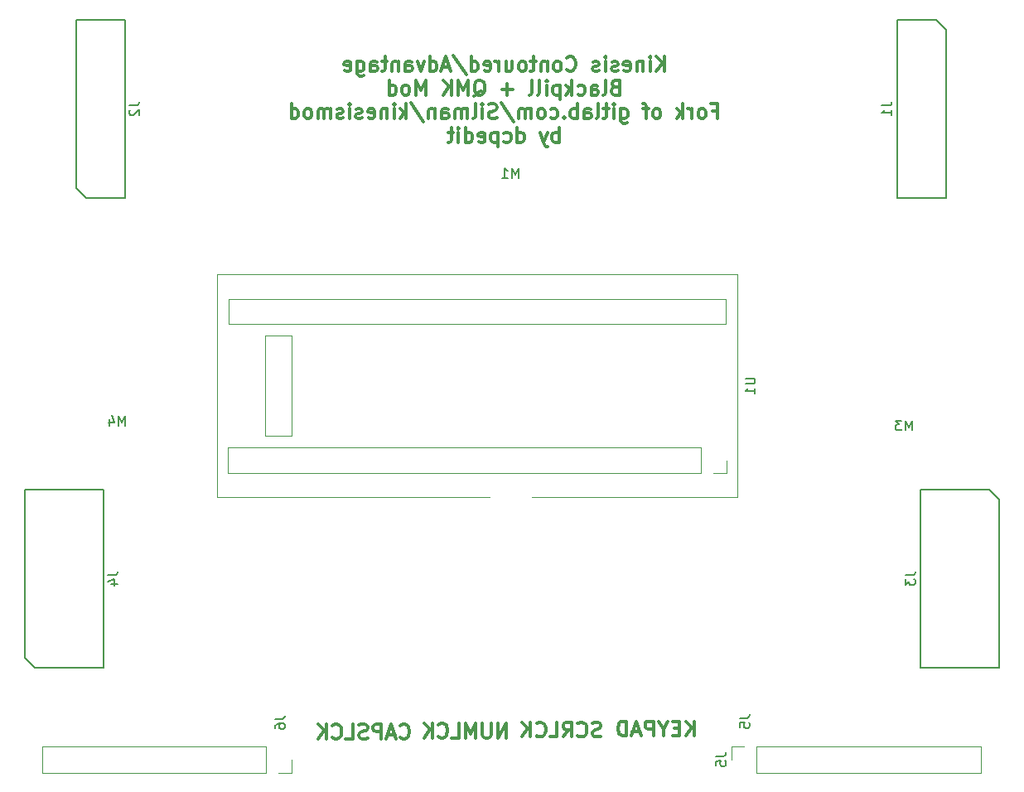
<source format=gbo>
G04 #@! TF.GenerationSoftware,KiCad,Pcbnew,(6.0.1-0)*
G04 #@! TF.CreationDate,2022-08-05T18:56:23-07:00*
G04 #@! TF.ProjectId,kicad_port,6b696361-645f-4706-9f72-742e6b696361,rev?*
G04 #@! TF.SameCoordinates,Original*
G04 #@! TF.FileFunction,Legend,Bot*
G04 #@! TF.FilePolarity,Positive*
%FSLAX46Y46*%
G04 Gerber Fmt 4.6, Leading zero omitted, Abs format (unit mm)*
G04 Created by KiCad (PCBNEW (6.0.1-0)) date 2022-08-05 18:56:23*
%MOMM*%
%LPD*%
G01*
G04 APERTURE LIST*
%ADD10C,0.300000*%
%ADD11C,0.150000*%
%ADD12C,0.120000*%
%ADD13R,1.800000X1.800000*%
%ADD14C,1.800000*%
%ADD15C,1.400000*%
%ADD16O,1.400000X1.400000*%
%ADD17C,8.600000*%
%ADD18O,2.000000X1.200000*%
%ADD19R,1.700000X1.700000*%
%ADD20O,1.700000X1.700000*%
%ADD21C,6.500000*%
%ADD22O,4.750000X2.250000*%
%ADD23C,1.700000*%
G04 APERTURE END LIST*
D10*
X149478571Y-126778571D02*
X149478571Y-125278571D01*
X148621428Y-126778571D01*
X148621428Y-125278571D01*
X147907142Y-125278571D02*
X147907142Y-126492857D01*
X147835714Y-126635714D01*
X147764285Y-126707142D01*
X147621428Y-126778571D01*
X147335714Y-126778571D01*
X147192857Y-126707142D01*
X147121428Y-126635714D01*
X147050000Y-126492857D01*
X147050000Y-125278571D01*
X146335714Y-126778571D02*
X146335714Y-125278571D01*
X145835714Y-126350000D01*
X145335714Y-125278571D01*
X145335714Y-126778571D01*
X143907142Y-126778571D02*
X144621428Y-126778571D01*
X144621428Y-125278571D01*
X142550000Y-126635714D02*
X142621428Y-126707142D01*
X142835714Y-126778571D01*
X142978571Y-126778571D01*
X143192857Y-126707142D01*
X143335714Y-126564285D01*
X143407142Y-126421428D01*
X143478571Y-126135714D01*
X143478571Y-125921428D01*
X143407142Y-125635714D01*
X143335714Y-125492857D01*
X143192857Y-125350000D01*
X142978571Y-125278571D01*
X142835714Y-125278571D01*
X142621428Y-125350000D01*
X142550000Y-125421428D01*
X141907142Y-126778571D02*
X141907142Y-125278571D01*
X141050000Y-126778571D02*
X141692857Y-125921428D01*
X141050000Y-125278571D02*
X141907142Y-126135714D01*
X168657142Y-126578571D02*
X168657142Y-125078571D01*
X167800000Y-126578571D02*
X168442857Y-125721428D01*
X167800000Y-125078571D02*
X168657142Y-125935714D01*
X167157142Y-125792857D02*
X166657142Y-125792857D01*
X166442857Y-126578571D02*
X167157142Y-126578571D01*
X167157142Y-125078571D01*
X166442857Y-125078571D01*
X165514285Y-125864285D02*
X165514285Y-126578571D01*
X166014285Y-125078571D02*
X165514285Y-125864285D01*
X165014285Y-125078571D01*
X164514285Y-126578571D02*
X164514285Y-125078571D01*
X163942857Y-125078571D01*
X163800000Y-125150000D01*
X163728571Y-125221428D01*
X163657142Y-125364285D01*
X163657142Y-125578571D01*
X163728571Y-125721428D01*
X163800000Y-125792857D01*
X163942857Y-125864285D01*
X164514285Y-125864285D01*
X163085714Y-126150000D02*
X162371428Y-126150000D01*
X163228571Y-126578571D02*
X162728571Y-125078571D01*
X162228571Y-126578571D01*
X161728571Y-126578571D02*
X161728571Y-125078571D01*
X161371428Y-125078571D01*
X161157142Y-125150000D01*
X161014285Y-125292857D01*
X160942857Y-125435714D01*
X160871428Y-125721428D01*
X160871428Y-125935714D01*
X160942857Y-126221428D01*
X161014285Y-126364285D01*
X161157142Y-126507142D01*
X161371428Y-126578571D01*
X161728571Y-126578571D01*
X165657142Y-58656071D02*
X165657142Y-57156071D01*
X164800000Y-58656071D02*
X165442857Y-57798928D01*
X164800000Y-57156071D02*
X165657142Y-58013214D01*
X164157142Y-58656071D02*
X164157142Y-57656071D01*
X164157142Y-57156071D02*
X164228571Y-57227500D01*
X164157142Y-57298928D01*
X164085714Y-57227500D01*
X164157142Y-57156071D01*
X164157142Y-57298928D01*
X163442857Y-57656071D02*
X163442857Y-58656071D01*
X163442857Y-57798928D02*
X163371428Y-57727500D01*
X163228571Y-57656071D01*
X163014285Y-57656071D01*
X162871428Y-57727500D01*
X162800000Y-57870357D01*
X162800000Y-58656071D01*
X161514285Y-58584642D02*
X161657142Y-58656071D01*
X161942857Y-58656071D01*
X162085714Y-58584642D01*
X162157142Y-58441785D01*
X162157142Y-57870357D01*
X162085714Y-57727500D01*
X161942857Y-57656071D01*
X161657142Y-57656071D01*
X161514285Y-57727500D01*
X161442857Y-57870357D01*
X161442857Y-58013214D01*
X162157142Y-58156071D01*
X160871428Y-58584642D02*
X160728571Y-58656071D01*
X160442857Y-58656071D01*
X160300000Y-58584642D01*
X160228571Y-58441785D01*
X160228571Y-58370357D01*
X160300000Y-58227500D01*
X160442857Y-58156071D01*
X160657142Y-58156071D01*
X160800000Y-58084642D01*
X160871428Y-57941785D01*
X160871428Y-57870357D01*
X160800000Y-57727500D01*
X160657142Y-57656071D01*
X160442857Y-57656071D01*
X160300000Y-57727500D01*
X159585714Y-58656071D02*
X159585714Y-57656071D01*
X159585714Y-57156071D02*
X159657142Y-57227500D01*
X159585714Y-57298928D01*
X159514285Y-57227500D01*
X159585714Y-57156071D01*
X159585714Y-57298928D01*
X158942857Y-58584642D02*
X158800000Y-58656071D01*
X158514285Y-58656071D01*
X158371428Y-58584642D01*
X158300000Y-58441785D01*
X158300000Y-58370357D01*
X158371428Y-58227500D01*
X158514285Y-58156071D01*
X158728571Y-58156071D01*
X158871428Y-58084642D01*
X158942857Y-57941785D01*
X158942857Y-57870357D01*
X158871428Y-57727500D01*
X158728571Y-57656071D01*
X158514285Y-57656071D01*
X158371428Y-57727500D01*
X155657142Y-58513214D02*
X155728571Y-58584642D01*
X155942857Y-58656071D01*
X156085714Y-58656071D01*
X156300000Y-58584642D01*
X156442857Y-58441785D01*
X156514285Y-58298928D01*
X156585714Y-58013214D01*
X156585714Y-57798928D01*
X156514285Y-57513214D01*
X156442857Y-57370357D01*
X156300000Y-57227500D01*
X156085714Y-57156071D01*
X155942857Y-57156071D01*
X155728571Y-57227500D01*
X155657142Y-57298928D01*
X154800000Y-58656071D02*
X154942857Y-58584642D01*
X155014285Y-58513214D01*
X155085714Y-58370357D01*
X155085714Y-57941785D01*
X155014285Y-57798928D01*
X154942857Y-57727500D01*
X154800000Y-57656071D01*
X154585714Y-57656071D01*
X154442857Y-57727500D01*
X154371428Y-57798928D01*
X154300000Y-57941785D01*
X154300000Y-58370357D01*
X154371428Y-58513214D01*
X154442857Y-58584642D01*
X154585714Y-58656071D01*
X154800000Y-58656071D01*
X153657142Y-57656071D02*
X153657142Y-58656071D01*
X153657142Y-57798928D02*
X153585714Y-57727500D01*
X153442857Y-57656071D01*
X153228571Y-57656071D01*
X153085714Y-57727500D01*
X153014285Y-57870357D01*
X153014285Y-58656071D01*
X152514285Y-57656071D02*
X151942857Y-57656071D01*
X152300000Y-57156071D02*
X152300000Y-58441785D01*
X152228571Y-58584642D01*
X152085714Y-58656071D01*
X151942857Y-58656071D01*
X151228571Y-58656071D02*
X151371428Y-58584642D01*
X151442857Y-58513214D01*
X151514285Y-58370357D01*
X151514285Y-57941785D01*
X151442857Y-57798928D01*
X151371428Y-57727500D01*
X151228571Y-57656071D01*
X151014285Y-57656071D01*
X150871428Y-57727500D01*
X150800000Y-57798928D01*
X150728571Y-57941785D01*
X150728571Y-58370357D01*
X150800000Y-58513214D01*
X150871428Y-58584642D01*
X151014285Y-58656071D01*
X151228571Y-58656071D01*
X149442857Y-57656071D02*
X149442857Y-58656071D01*
X150085714Y-57656071D02*
X150085714Y-58441785D01*
X150014285Y-58584642D01*
X149871428Y-58656071D01*
X149657142Y-58656071D01*
X149514285Y-58584642D01*
X149442857Y-58513214D01*
X148728571Y-58656071D02*
X148728571Y-57656071D01*
X148728571Y-57941785D02*
X148657142Y-57798928D01*
X148585714Y-57727500D01*
X148442857Y-57656071D01*
X148300000Y-57656071D01*
X147228571Y-58584642D02*
X147371428Y-58656071D01*
X147657142Y-58656071D01*
X147800000Y-58584642D01*
X147871428Y-58441785D01*
X147871428Y-57870357D01*
X147800000Y-57727500D01*
X147657142Y-57656071D01*
X147371428Y-57656071D01*
X147228571Y-57727500D01*
X147157142Y-57870357D01*
X147157142Y-58013214D01*
X147871428Y-58156071D01*
X145871428Y-58656071D02*
X145871428Y-57156071D01*
X145871428Y-58584642D02*
X146014285Y-58656071D01*
X146300000Y-58656071D01*
X146442857Y-58584642D01*
X146514285Y-58513214D01*
X146585714Y-58370357D01*
X146585714Y-57941785D01*
X146514285Y-57798928D01*
X146442857Y-57727500D01*
X146300000Y-57656071D01*
X146014285Y-57656071D01*
X145871428Y-57727500D01*
X144085714Y-57084642D02*
X145371428Y-59013214D01*
X143657142Y-58227500D02*
X142942857Y-58227500D01*
X143800000Y-58656071D02*
X143300000Y-57156071D01*
X142800000Y-58656071D01*
X141657142Y-58656071D02*
X141657142Y-57156071D01*
X141657142Y-58584642D02*
X141800000Y-58656071D01*
X142085714Y-58656071D01*
X142228571Y-58584642D01*
X142300000Y-58513214D01*
X142371428Y-58370357D01*
X142371428Y-57941785D01*
X142300000Y-57798928D01*
X142228571Y-57727500D01*
X142085714Y-57656071D01*
X141800000Y-57656071D01*
X141657142Y-57727500D01*
X141085714Y-57656071D02*
X140728571Y-58656071D01*
X140371428Y-57656071D01*
X139157142Y-58656071D02*
X139157142Y-57870357D01*
X139228571Y-57727500D01*
X139371428Y-57656071D01*
X139657142Y-57656071D01*
X139800000Y-57727500D01*
X139157142Y-58584642D02*
X139300000Y-58656071D01*
X139657142Y-58656071D01*
X139800000Y-58584642D01*
X139871428Y-58441785D01*
X139871428Y-58298928D01*
X139800000Y-58156071D01*
X139657142Y-58084642D01*
X139300000Y-58084642D01*
X139157142Y-58013214D01*
X138442857Y-57656071D02*
X138442857Y-58656071D01*
X138442857Y-57798928D02*
X138371428Y-57727500D01*
X138228571Y-57656071D01*
X138014285Y-57656071D01*
X137871428Y-57727500D01*
X137800000Y-57870357D01*
X137800000Y-58656071D01*
X137300000Y-57656071D02*
X136728571Y-57656071D01*
X137085714Y-57156071D02*
X137085714Y-58441785D01*
X137014285Y-58584642D01*
X136871428Y-58656071D01*
X136728571Y-58656071D01*
X135585714Y-58656071D02*
X135585714Y-57870357D01*
X135657142Y-57727500D01*
X135800000Y-57656071D01*
X136085714Y-57656071D01*
X136228571Y-57727500D01*
X135585714Y-58584642D02*
X135728571Y-58656071D01*
X136085714Y-58656071D01*
X136228571Y-58584642D01*
X136300000Y-58441785D01*
X136300000Y-58298928D01*
X136228571Y-58156071D01*
X136085714Y-58084642D01*
X135728571Y-58084642D01*
X135585714Y-58013214D01*
X134228571Y-57656071D02*
X134228571Y-58870357D01*
X134300000Y-59013214D01*
X134371428Y-59084642D01*
X134514285Y-59156071D01*
X134728571Y-59156071D01*
X134871428Y-59084642D01*
X134228571Y-58584642D02*
X134371428Y-58656071D01*
X134657142Y-58656071D01*
X134800000Y-58584642D01*
X134871428Y-58513214D01*
X134942857Y-58370357D01*
X134942857Y-57941785D01*
X134871428Y-57798928D01*
X134800000Y-57727500D01*
X134657142Y-57656071D01*
X134371428Y-57656071D01*
X134228571Y-57727500D01*
X132942857Y-58584642D02*
X133085714Y-58656071D01*
X133371428Y-58656071D01*
X133514285Y-58584642D01*
X133585714Y-58441785D01*
X133585714Y-57870357D01*
X133514285Y-57727500D01*
X133371428Y-57656071D01*
X133085714Y-57656071D01*
X132942857Y-57727500D01*
X132871428Y-57870357D01*
X132871428Y-58013214D01*
X133585714Y-58156071D01*
X160585714Y-60285357D02*
X160371428Y-60356785D01*
X160300000Y-60428214D01*
X160228571Y-60571071D01*
X160228571Y-60785357D01*
X160300000Y-60928214D01*
X160371428Y-60999642D01*
X160514285Y-61071071D01*
X161085714Y-61071071D01*
X161085714Y-59571071D01*
X160585714Y-59571071D01*
X160442857Y-59642500D01*
X160371428Y-59713928D01*
X160300000Y-59856785D01*
X160300000Y-59999642D01*
X160371428Y-60142500D01*
X160442857Y-60213928D01*
X160585714Y-60285357D01*
X161085714Y-60285357D01*
X159371428Y-61071071D02*
X159514285Y-60999642D01*
X159585714Y-60856785D01*
X159585714Y-59571071D01*
X158157142Y-61071071D02*
X158157142Y-60285357D01*
X158228571Y-60142500D01*
X158371428Y-60071071D01*
X158657142Y-60071071D01*
X158800000Y-60142500D01*
X158157142Y-60999642D02*
X158300000Y-61071071D01*
X158657142Y-61071071D01*
X158800000Y-60999642D01*
X158871428Y-60856785D01*
X158871428Y-60713928D01*
X158800000Y-60571071D01*
X158657142Y-60499642D01*
X158300000Y-60499642D01*
X158157142Y-60428214D01*
X156800000Y-60999642D02*
X156942857Y-61071071D01*
X157228571Y-61071071D01*
X157371428Y-60999642D01*
X157442857Y-60928214D01*
X157514285Y-60785357D01*
X157514285Y-60356785D01*
X157442857Y-60213928D01*
X157371428Y-60142500D01*
X157228571Y-60071071D01*
X156942857Y-60071071D01*
X156800000Y-60142500D01*
X156157142Y-61071071D02*
X156157142Y-59571071D01*
X156014285Y-60499642D02*
X155585714Y-61071071D01*
X155585714Y-60071071D02*
X156157142Y-60642500D01*
X154942857Y-60071071D02*
X154942857Y-61571071D01*
X154942857Y-60142500D02*
X154800000Y-60071071D01*
X154514285Y-60071071D01*
X154371428Y-60142500D01*
X154300000Y-60213928D01*
X154228571Y-60356785D01*
X154228571Y-60785357D01*
X154300000Y-60928214D01*
X154371428Y-60999642D01*
X154514285Y-61071071D01*
X154800000Y-61071071D01*
X154942857Y-60999642D01*
X153585714Y-61071071D02*
X153585714Y-60071071D01*
X153585714Y-59571071D02*
X153657142Y-59642500D01*
X153585714Y-59713928D01*
X153514285Y-59642500D01*
X153585714Y-59571071D01*
X153585714Y-59713928D01*
X152657142Y-61071071D02*
X152800000Y-60999642D01*
X152871428Y-60856785D01*
X152871428Y-59571071D01*
X151871428Y-61071071D02*
X152014285Y-60999642D01*
X152085714Y-60856785D01*
X152085714Y-59571071D01*
X150157142Y-60499642D02*
X149014285Y-60499642D01*
X149585714Y-61071071D02*
X149585714Y-59928214D01*
X146157142Y-61213928D02*
X146300000Y-61142500D01*
X146442857Y-60999642D01*
X146657142Y-60785357D01*
X146800000Y-60713928D01*
X146942857Y-60713928D01*
X146871428Y-61071071D02*
X147014285Y-60999642D01*
X147157142Y-60856785D01*
X147228571Y-60571071D01*
X147228571Y-60071071D01*
X147157142Y-59785357D01*
X147014285Y-59642500D01*
X146871428Y-59571071D01*
X146585714Y-59571071D01*
X146442857Y-59642500D01*
X146300000Y-59785357D01*
X146228571Y-60071071D01*
X146228571Y-60571071D01*
X146300000Y-60856785D01*
X146442857Y-60999642D01*
X146585714Y-61071071D01*
X146871428Y-61071071D01*
X145585714Y-61071071D02*
X145585714Y-59571071D01*
X145085714Y-60642500D01*
X144585714Y-59571071D01*
X144585714Y-61071071D01*
X143871428Y-61071071D02*
X143871428Y-59571071D01*
X143014285Y-61071071D02*
X143657142Y-60213928D01*
X143014285Y-59571071D02*
X143871428Y-60428214D01*
X141228571Y-61071071D02*
X141228571Y-59571071D01*
X140728571Y-60642500D01*
X140228571Y-59571071D01*
X140228571Y-61071071D01*
X139300000Y-61071071D02*
X139442857Y-60999642D01*
X139514285Y-60928214D01*
X139585714Y-60785357D01*
X139585714Y-60356785D01*
X139514285Y-60213928D01*
X139442857Y-60142500D01*
X139300000Y-60071071D01*
X139085714Y-60071071D01*
X138942857Y-60142500D01*
X138871428Y-60213928D01*
X138800000Y-60356785D01*
X138800000Y-60785357D01*
X138871428Y-60928214D01*
X138942857Y-60999642D01*
X139085714Y-61071071D01*
X139300000Y-61071071D01*
X137514285Y-61071071D02*
X137514285Y-59571071D01*
X137514285Y-60999642D02*
X137657142Y-61071071D01*
X137942857Y-61071071D01*
X138085714Y-60999642D01*
X138157142Y-60928214D01*
X138228571Y-60785357D01*
X138228571Y-60356785D01*
X138157142Y-60213928D01*
X138085714Y-60142500D01*
X137942857Y-60071071D01*
X137657142Y-60071071D01*
X137514285Y-60142500D01*
X170585714Y-62700357D02*
X171085714Y-62700357D01*
X171085714Y-63486071D02*
X171085714Y-61986071D01*
X170371428Y-61986071D01*
X169585714Y-63486071D02*
X169728571Y-63414642D01*
X169800000Y-63343214D01*
X169871428Y-63200357D01*
X169871428Y-62771785D01*
X169800000Y-62628928D01*
X169728571Y-62557500D01*
X169585714Y-62486071D01*
X169371428Y-62486071D01*
X169228571Y-62557500D01*
X169157142Y-62628928D01*
X169085714Y-62771785D01*
X169085714Y-63200357D01*
X169157142Y-63343214D01*
X169228571Y-63414642D01*
X169371428Y-63486071D01*
X169585714Y-63486071D01*
X168442857Y-63486071D02*
X168442857Y-62486071D01*
X168442857Y-62771785D02*
X168371428Y-62628928D01*
X168300000Y-62557500D01*
X168157142Y-62486071D01*
X168014285Y-62486071D01*
X167514285Y-63486071D02*
X167514285Y-61986071D01*
X167371428Y-62914642D02*
X166942857Y-63486071D01*
X166942857Y-62486071D02*
X167514285Y-63057500D01*
X164942857Y-63486071D02*
X165085714Y-63414642D01*
X165157142Y-63343214D01*
X165228571Y-63200357D01*
X165228571Y-62771785D01*
X165157142Y-62628928D01*
X165085714Y-62557500D01*
X164942857Y-62486071D01*
X164728571Y-62486071D01*
X164585714Y-62557500D01*
X164514285Y-62628928D01*
X164442857Y-62771785D01*
X164442857Y-63200357D01*
X164514285Y-63343214D01*
X164585714Y-63414642D01*
X164728571Y-63486071D01*
X164942857Y-63486071D01*
X164014285Y-62486071D02*
X163442857Y-62486071D01*
X163800000Y-63486071D02*
X163800000Y-62200357D01*
X163728571Y-62057500D01*
X163585714Y-61986071D01*
X163442857Y-61986071D01*
X161157142Y-62486071D02*
X161157142Y-63700357D01*
X161228571Y-63843214D01*
X161300000Y-63914642D01*
X161442857Y-63986071D01*
X161657142Y-63986071D01*
X161800000Y-63914642D01*
X161157142Y-63414642D02*
X161300000Y-63486071D01*
X161585714Y-63486071D01*
X161728571Y-63414642D01*
X161800000Y-63343214D01*
X161871428Y-63200357D01*
X161871428Y-62771785D01*
X161800000Y-62628928D01*
X161728571Y-62557500D01*
X161585714Y-62486071D01*
X161300000Y-62486071D01*
X161157142Y-62557500D01*
X160442857Y-63486071D02*
X160442857Y-62486071D01*
X160442857Y-61986071D02*
X160514285Y-62057500D01*
X160442857Y-62128928D01*
X160371428Y-62057500D01*
X160442857Y-61986071D01*
X160442857Y-62128928D01*
X159942857Y-62486071D02*
X159371428Y-62486071D01*
X159728571Y-61986071D02*
X159728571Y-63271785D01*
X159657142Y-63414642D01*
X159514285Y-63486071D01*
X159371428Y-63486071D01*
X158657142Y-63486071D02*
X158800000Y-63414642D01*
X158871428Y-63271785D01*
X158871428Y-61986071D01*
X157442857Y-63486071D02*
X157442857Y-62700357D01*
X157514285Y-62557500D01*
X157657142Y-62486071D01*
X157942857Y-62486071D01*
X158085714Y-62557500D01*
X157442857Y-63414642D02*
X157585714Y-63486071D01*
X157942857Y-63486071D01*
X158085714Y-63414642D01*
X158157142Y-63271785D01*
X158157142Y-63128928D01*
X158085714Y-62986071D01*
X157942857Y-62914642D01*
X157585714Y-62914642D01*
X157442857Y-62843214D01*
X156728571Y-63486071D02*
X156728571Y-61986071D01*
X156728571Y-62557500D02*
X156585714Y-62486071D01*
X156300000Y-62486071D01*
X156157142Y-62557500D01*
X156085714Y-62628928D01*
X156014285Y-62771785D01*
X156014285Y-63200357D01*
X156085714Y-63343214D01*
X156157142Y-63414642D01*
X156300000Y-63486071D01*
X156585714Y-63486071D01*
X156728571Y-63414642D01*
X155371428Y-63343214D02*
X155300000Y-63414642D01*
X155371428Y-63486071D01*
X155442857Y-63414642D01*
X155371428Y-63343214D01*
X155371428Y-63486071D01*
X154014285Y-63414642D02*
X154157142Y-63486071D01*
X154442857Y-63486071D01*
X154585714Y-63414642D01*
X154657142Y-63343214D01*
X154728571Y-63200357D01*
X154728571Y-62771785D01*
X154657142Y-62628928D01*
X154585714Y-62557500D01*
X154442857Y-62486071D01*
X154157142Y-62486071D01*
X154014285Y-62557500D01*
X153157142Y-63486071D02*
X153300000Y-63414642D01*
X153371428Y-63343214D01*
X153442857Y-63200357D01*
X153442857Y-62771785D01*
X153371428Y-62628928D01*
X153300000Y-62557500D01*
X153157142Y-62486071D01*
X152942857Y-62486071D01*
X152800000Y-62557500D01*
X152728571Y-62628928D01*
X152657142Y-62771785D01*
X152657142Y-63200357D01*
X152728571Y-63343214D01*
X152800000Y-63414642D01*
X152942857Y-63486071D01*
X153157142Y-63486071D01*
X152014285Y-63486071D02*
X152014285Y-62486071D01*
X152014285Y-62628928D02*
X151942857Y-62557500D01*
X151800000Y-62486071D01*
X151585714Y-62486071D01*
X151442857Y-62557500D01*
X151371428Y-62700357D01*
X151371428Y-63486071D01*
X151371428Y-62700357D02*
X151300000Y-62557500D01*
X151157142Y-62486071D01*
X150942857Y-62486071D01*
X150800000Y-62557500D01*
X150728571Y-62700357D01*
X150728571Y-63486071D01*
X148942857Y-61914642D02*
X150228571Y-63843214D01*
X148514285Y-63414642D02*
X148300000Y-63486071D01*
X147942857Y-63486071D01*
X147800000Y-63414642D01*
X147728571Y-63343214D01*
X147657142Y-63200357D01*
X147657142Y-63057500D01*
X147728571Y-62914642D01*
X147800000Y-62843214D01*
X147942857Y-62771785D01*
X148228571Y-62700357D01*
X148371428Y-62628928D01*
X148442857Y-62557500D01*
X148514285Y-62414642D01*
X148514285Y-62271785D01*
X148442857Y-62128928D01*
X148371428Y-62057500D01*
X148228571Y-61986071D01*
X147871428Y-61986071D01*
X147657142Y-62057500D01*
X147014285Y-63486071D02*
X147014285Y-62486071D01*
X147014285Y-61986071D02*
X147085714Y-62057500D01*
X147014285Y-62128928D01*
X146942857Y-62057500D01*
X147014285Y-61986071D01*
X147014285Y-62128928D01*
X146085714Y-63486071D02*
X146228571Y-63414642D01*
X146300000Y-63271785D01*
X146300000Y-61986071D01*
X145514285Y-63486071D02*
X145514285Y-62486071D01*
X145514285Y-62628928D02*
X145442857Y-62557500D01*
X145300000Y-62486071D01*
X145085714Y-62486071D01*
X144942857Y-62557500D01*
X144871428Y-62700357D01*
X144871428Y-63486071D01*
X144871428Y-62700357D02*
X144800000Y-62557500D01*
X144657142Y-62486071D01*
X144442857Y-62486071D01*
X144300000Y-62557500D01*
X144228571Y-62700357D01*
X144228571Y-63486071D01*
X142871428Y-63486071D02*
X142871428Y-62700357D01*
X142942857Y-62557500D01*
X143085714Y-62486071D01*
X143371428Y-62486071D01*
X143514285Y-62557500D01*
X142871428Y-63414642D02*
X143014285Y-63486071D01*
X143371428Y-63486071D01*
X143514285Y-63414642D01*
X143585714Y-63271785D01*
X143585714Y-63128928D01*
X143514285Y-62986071D01*
X143371428Y-62914642D01*
X143014285Y-62914642D01*
X142871428Y-62843214D01*
X142157142Y-62486071D02*
X142157142Y-63486071D01*
X142157142Y-62628928D02*
X142085714Y-62557500D01*
X141942857Y-62486071D01*
X141728571Y-62486071D01*
X141585714Y-62557500D01*
X141514285Y-62700357D01*
X141514285Y-63486071D01*
X139728571Y-61914642D02*
X141014285Y-63843214D01*
X139228571Y-63486071D02*
X139228571Y-61986071D01*
X139085714Y-62914642D02*
X138657142Y-63486071D01*
X138657142Y-62486071D02*
X139228571Y-63057500D01*
X138014285Y-63486071D02*
X138014285Y-62486071D01*
X138014285Y-61986071D02*
X138085714Y-62057500D01*
X138014285Y-62128928D01*
X137942857Y-62057500D01*
X138014285Y-61986071D01*
X138014285Y-62128928D01*
X137300000Y-62486071D02*
X137300000Y-63486071D01*
X137300000Y-62628928D02*
X137228571Y-62557500D01*
X137085714Y-62486071D01*
X136871428Y-62486071D01*
X136728571Y-62557500D01*
X136657142Y-62700357D01*
X136657142Y-63486071D01*
X135371428Y-63414642D02*
X135514285Y-63486071D01*
X135800000Y-63486071D01*
X135942857Y-63414642D01*
X136014285Y-63271785D01*
X136014285Y-62700357D01*
X135942857Y-62557500D01*
X135800000Y-62486071D01*
X135514285Y-62486071D01*
X135371428Y-62557500D01*
X135300000Y-62700357D01*
X135300000Y-62843214D01*
X136014285Y-62986071D01*
X134728571Y-63414642D02*
X134585714Y-63486071D01*
X134300000Y-63486071D01*
X134157142Y-63414642D01*
X134085714Y-63271785D01*
X134085714Y-63200357D01*
X134157142Y-63057500D01*
X134300000Y-62986071D01*
X134514285Y-62986071D01*
X134657142Y-62914642D01*
X134728571Y-62771785D01*
X134728571Y-62700357D01*
X134657142Y-62557500D01*
X134514285Y-62486071D01*
X134300000Y-62486071D01*
X134157142Y-62557500D01*
X133442857Y-63486071D02*
X133442857Y-62486071D01*
X133442857Y-61986071D02*
X133514285Y-62057500D01*
X133442857Y-62128928D01*
X133371428Y-62057500D01*
X133442857Y-61986071D01*
X133442857Y-62128928D01*
X132800000Y-63414642D02*
X132657142Y-63486071D01*
X132371428Y-63486071D01*
X132228571Y-63414642D01*
X132157142Y-63271785D01*
X132157142Y-63200357D01*
X132228571Y-63057500D01*
X132371428Y-62986071D01*
X132585714Y-62986071D01*
X132728571Y-62914642D01*
X132800000Y-62771785D01*
X132800000Y-62700357D01*
X132728571Y-62557500D01*
X132585714Y-62486071D01*
X132371428Y-62486071D01*
X132228571Y-62557500D01*
X131514285Y-63486071D02*
X131514285Y-62486071D01*
X131514285Y-62628928D02*
X131442857Y-62557500D01*
X131300000Y-62486071D01*
X131085714Y-62486071D01*
X130942857Y-62557500D01*
X130871428Y-62700357D01*
X130871428Y-63486071D01*
X130871428Y-62700357D02*
X130800000Y-62557500D01*
X130657142Y-62486071D01*
X130442857Y-62486071D01*
X130300000Y-62557500D01*
X130228571Y-62700357D01*
X130228571Y-63486071D01*
X129300000Y-63486071D02*
X129442857Y-63414642D01*
X129514285Y-63343214D01*
X129585714Y-63200357D01*
X129585714Y-62771785D01*
X129514285Y-62628928D01*
X129442857Y-62557500D01*
X129300000Y-62486071D01*
X129085714Y-62486071D01*
X128942857Y-62557500D01*
X128871428Y-62628928D01*
X128800000Y-62771785D01*
X128800000Y-63200357D01*
X128871428Y-63343214D01*
X128942857Y-63414642D01*
X129085714Y-63486071D01*
X129300000Y-63486071D01*
X127514285Y-63486071D02*
X127514285Y-61986071D01*
X127514285Y-63414642D02*
X127657142Y-63486071D01*
X127942857Y-63486071D01*
X128085714Y-63414642D01*
X128157142Y-63343214D01*
X128228571Y-63200357D01*
X128228571Y-62771785D01*
X128157142Y-62628928D01*
X128085714Y-62557500D01*
X127942857Y-62486071D01*
X127657142Y-62486071D01*
X127514285Y-62557500D01*
X154871428Y-65901071D02*
X154871428Y-64401071D01*
X154871428Y-64972500D02*
X154728571Y-64901071D01*
X154442857Y-64901071D01*
X154300000Y-64972500D01*
X154228571Y-65043928D01*
X154157142Y-65186785D01*
X154157142Y-65615357D01*
X154228571Y-65758214D01*
X154300000Y-65829642D01*
X154442857Y-65901071D01*
X154728571Y-65901071D01*
X154871428Y-65829642D01*
X153657142Y-64901071D02*
X153300000Y-65901071D01*
X152942857Y-64901071D02*
X153300000Y-65901071D01*
X153442857Y-66258214D01*
X153514285Y-66329642D01*
X153657142Y-66401071D01*
X150585714Y-65901071D02*
X150585714Y-64401071D01*
X150585714Y-65829642D02*
X150728571Y-65901071D01*
X151014285Y-65901071D01*
X151157142Y-65829642D01*
X151228571Y-65758214D01*
X151300000Y-65615357D01*
X151300000Y-65186785D01*
X151228571Y-65043928D01*
X151157142Y-64972500D01*
X151014285Y-64901071D01*
X150728571Y-64901071D01*
X150585714Y-64972500D01*
X149228571Y-65829642D02*
X149371428Y-65901071D01*
X149657142Y-65901071D01*
X149800000Y-65829642D01*
X149871428Y-65758214D01*
X149942857Y-65615357D01*
X149942857Y-65186785D01*
X149871428Y-65043928D01*
X149800000Y-64972500D01*
X149657142Y-64901071D01*
X149371428Y-64901071D01*
X149228571Y-64972500D01*
X148585714Y-64901071D02*
X148585714Y-66401071D01*
X148585714Y-64972500D02*
X148442857Y-64901071D01*
X148157142Y-64901071D01*
X148014285Y-64972500D01*
X147942857Y-65043928D01*
X147871428Y-65186785D01*
X147871428Y-65615357D01*
X147942857Y-65758214D01*
X148014285Y-65829642D01*
X148157142Y-65901071D01*
X148442857Y-65901071D01*
X148585714Y-65829642D01*
X146657142Y-65829642D02*
X146800000Y-65901071D01*
X147085714Y-65901071D01*
X147228571Y-65829642D01*
X147300000Y-65686785D01*
X147300000Y-65115357D01*
X147228571Y-64972500D01*
X147085714Y-64901071D01*
X146800000Y-64901071D01*
X146657142Y-64972500D01*
X146585714Y-65115357D01*
X146585714Y-65258214D01*
X147300000Y-65401071D01*
X145300000Y-65901071D02*
X145300000Y-64401071D01*
X145300000Y-65829642D02*
X145442857Y-65901071D01*
X145728571Y-65901071D01*
X145871428Y-65829642D01*
X145942857Y-65758214D01*
X146014285Y-65615357D01*
X146014285Y-65186785D01*
X145942857Y-65043928D01*
X145871428Y-64972500D01*
X145728571Y-64901071D01*
X145442857Y-64901071D01*
X145300000Y-64972500D01*
X144585714Y-65901071D02*
X144585714Y-64901071D01*
X144585714Y-64401071D02*
X144657142Y-64472500D01*
X144585714Y-64543928D01*
X144514285Y-64472500D01*
X144585714Y-64401071D01*
X144585714Y-64543928D01*
X144085714Y-64901071D02*
X143514285Y-64901071D01*
X143871428Y-64401071D02*
X143871428Y-65686785D01*
X143800000Y-65829642D01*
X143657142Y-65901071D01*
X143514285Y-65901071D01*
X138650000Y-126735714D02*
X138721428Y-126807142D01*
X138935714Y-126878571D01*
X139078571Y-126878571D01*
X139292857Y-126807142D01*
X139435714Y-126664285D01*
X139507142Y-126521428D01*
X139578571Y-126235714D01*
X139578571Y-126021428D01*
X139507142Y-125735714D01*
X139435714Y-125592857D01*
X139292857Y-125450000D01*
X139078571Y-125378571D01*
X138935714Y-125378571D01*
X138721428Y-125450000D01*
X138650000Y-125521428D01*
X138078571Y-126450000D02*
X137364285Y-126450000D01*
X138221428Y-126878571D02*
X137721428Y-125378571D01*
X137221428Y-126878571D01*
X136721428Y-126878571D02*
X136721428Y-125378571D01*
X136150000Y-125378571D01*
X136007142Y-125450000D01*
X135935714Y-125521428D01*
X135864285Y-125664285D01*
X135864285Y-125878571D01*
X135935714Y-126021428D01*
X136007142Y-126092857D01*
X136150000Y-126164285D01*
X136721428Y-126164285D01*
X135292857Y-126807142D02*
X135078571Y-126878571D01*
X134721428Y-126878571D01*
X134578571Y-126807142D01*
X134507142Y-126735714D01*
X134435714Y-126592857D01*
X134435714Y-126450000D01*
X134507142Y-126307142D01*
X134578571Y-126235714D01*
X134721428Y-126164285D01*
X135007142Y-126092857D01*
X135150000Y-126021428D01*
X135221428Y-125950000D01*
X135292857Y-125807142D01*
X135292857Y-125664285D01*
X135221428Y-125521428D01*
X135150000Y-125450000D01*
X135007142Y-125378571D01*
X134650000Y-125378571D01*
X134435714Y-125450000D01*
X133078571Y-126878571D02*
X133792857Y-126878571D01*
X133792857Y-125378571D01*
X131721428Y-126735714D02*
X131792857Y-126807142D01*
X132007142Y-126878571D01*
X132150000Y-126878571D01*
X132364285Y-126807142D01*
X132507142Y-126664285D01*
X132578571Y-126521428D01*
X132650000Y-126235714D01*
X132650000Y-126021428D01*
X132578571Y-125735714D01*
X132507142Y-125592857D01*
X132364285Y-125450000D01*
X132150000Y-125378571D01*
X132007142Y-125378571D01*
X131792857Y-125450000D01*
X131721428Y-125521428D01*
X131078571Y-126878571D02*
X131078571Y-125378571D01*
X130221428Y-126878571D02*
X130864285Y-126021428D01*
X130221428Y-125378571D02*
X131078571Y-126235714D01*
X159135714Y-126607142D02*
X158921428Y-126678571D01*
X158564285Y-126678571D01*
X158421428Y-126607142D01*
X158350000Y-126535714D01*
X158278571Y-126392857D01*
X158278571Y-126250000D01*
X158350000Y-126107142D01*
X158421428Y-126035714D01*
X158564285Y-125964285D01*
X158850000Y-125892857D01*
X158992857Y-125821428D01*
X159064285Y-125750000D01*
X159135714Y-125607142D01*
X159135714Y-125464285D01*
X159064285Y-125321428D01*
X158992857Y-125250000D01*
X158850000Y-125178571D01*
X158492857Y-125178571D01*
X158278571Y-125250000D01*
X156778571Y-126535714D02*
X156850000Y-126607142D01*
X157064285Y-126678571D01*
X157207142Y-126678571D01*
X157421428Y-126607142D01*
X157564285Y-126464285D01*
X157635714Y-126321428D01*
X157707142Y-126035714D01*
X157707142Y-125821428D01*
X157635714Y-125535714D01*
X157564285Y-125392857D01*
X157421428Y-125250000D01*
X157207142Y-125178571D01*
X157064285Y-125178571D01*
X156850000Y-125250000D01*
X156778571Y-125321428D01*
X155278571Y-126678571D02*
X155778571Y-125964285D01*
X156135714Y-126678571D02*
X156135714Y-125178571D01*
X155564285Y-125178571D01*
X155421428Y-125250000D01*
X155350000Y-125321428D01*
X155278571Y-125464285D01*
X155278571Y-125678571D01*
X155350000Y-125821428D01*
X155421428Y-125892857D01*
X155564285Y-125964285D01*
X156135714Y-125964285D01*
X153921428Y-126678571D02*
X154635714Y-126678571D01*
X154635714Y-125178571D01*
X152564285Y-126535714D02*
X152635714Y-126607142D01*
X152850000Y-126678571D01*
X152992857Y-126678571D01*
X153207142Y-126607142D01*
X153350000Y-126464285D01*
X153421428Y-126321428D01*
X153492857Y-126035714D01*
X153492857Y-125821428D01*
X153421428Y-125535714D01*
X153350000Y-125392857D01*
X153207142Y-125250000D01*
X152992857Y-125178571D01*
X152850000Y-125178571D01*
X152635714Y-125250000D01*
X152564285Y-125321428D01*
X151921428Y-126678571D02*
X151921428Y-125178571D01*
X151064285Y-126678571D02*
X151707142Y-125821428D01*
X151064285Y-125178571D02*
X151921428Y-126035714D01*
D11*
X187852380Y-62166666D02*
X188566666Y-62166666D01*
X188709523Y-62119047D01*
X188804761Y-62023809D01*
X188852380Y-61880952D01*
X188852380Y-61785714D01*
X188852380Y-63166666D02*
X188852380Y-62595238D01*
X188852380Y-62880952D02*
X187852380Y-62880952D01*
X187995238Y-62785714D01*
X188090476Y-62690476D01*
X188138095Y-62595238D01*
X110952380Y-62166666D02*
X111666666Y-62166666D01*
X111809523Y-62119047D01*
X111904761Y-62023809D01*
X111952380Y-61880952D01*
X111952380Y-61785714D01*
X111047619Y-62595238D02*
X111000000Y-62642857D01*
X110952380Y-62738095D01*
X110952380Y-62976190D01*
X111000000Y-63071428D01*
X111047619Y-63119047D01*
X111142857Y-63166666D01*
X111238095Y-63166666D01*
X111380952Y-63119047D01*
X111952380Y-62547619D01*
X111952380Y-63166666D01*
X190252380Y-110166666D02*
X190966666Y-110166666D01*
X191109523Y-110119047D01*
X191204761Y-110023809D01*
X191252380Y-109880952D01*
X191252380Y-109785714D01*
X190252380Y-110547619D02*
X190252380Y-111166666D01*
X190633333Y-110833333D01*
X190633333Y-110976190D01*
X190680952Y-111071428D01*
X190728571Y-111119047D01*
X190823809Y-111166666D01*
X191061904Y-111166666D01*
X191157142Y-111119047D01*
X191204761Y-111071428D01*
X191252380Y-110976190D01*
X191252380Y-110690476D01*
X191204761Y-110595238D01*
X191157142Y-110547619D01*
X108752380Y-110166666D02*
X109466666Y-110166666D01*
X109609523Y-110119047D01*
X109704761Y-110023809D01*
X109752380Y-109880952D01*
X109752380Y-109785714D01*
X109085714Y-111071428D02*
X109752380Y-111071428D01*
X108704761Y-110833333D02*
X109419047Y-110595238D01*
X109419047Y-111214285D01*
X170922380Y-128666666D02*
X171636666Y-128666666D01*
X171779523Y-128619047D01*
X171874761Y-128523809D01*
X171922380Y-128380952D01*
X171922380Y-128285714D01*
X170922380Y-129619047D02*
X170922380Y-129142857D01*
X171398571Y-129095238D01*
X171350952Y-129142857D01*
X171303333Y-129238095D01*
X171303333Y-129476190D01*
X171350952Y-129571428D01*
X171398571Y-129619047D01*
X171493809Y-129666666D01*
X171731904Y-129666666D01*
X171827142Y-129619047D01*
X171874761Y-129571428D01*
X171922380Y-129476190D01*
X171922380Y-129238095D01*
X171874761Y-129142857D01*
X171827142Y-129095238D01*
X173352380Y-124766666D02*
X174066666Y-124766666D01*
X174209523Y-124719047D01*
X174304761Y-124623809D01*
X174352380Y-124480952D01*
X174352380Y-124385714D01*
X173352380Y-125719047D02*
X173352380Y-125242857D01*
X173828571Y-125195238D01*
X173780952Y-125242857D01*
X173733333Y-125338095D01*
X173733333Y-125576190D01*
X173780952Y-125671428D01*
X173828571Y-125719047D01*
X173923809Y-125766666D01*
X174161904Y-125766666D01*
X174257142Y-125719047D01*
X174304761Y-125671428D01*
X174352380Y-125576190D01*
X174352380Y-125338095D01*
X174304761Y-125242857D01*
X174257142Y-125195238D01*
X125852380Y-124866666D02*
X126566666Y-124866666D01*
X126709523Y-124819047D01*
X126804761Y-124723809D01*
X126852380Y-124580952D01*
X126852380Y-124485714D01*
X125852380Y-125771428D02*
X125852380Y-125580952D01*
X125900000Y-125485714D01*
X125947619Y-125438095D01*
X126090476Y-125342857D01*
X126280952Y-125295238D01*
X126661904Y-125295238D01*
X126757142Y-125342857D01*
X126804761Y-125390476D01*
X126852380Y-125485714D01*
X126852380Y-125676190D01*
X126804761Y-125771428D01*
X126757142Y-125819047D01*
X126661904Y-125866666D01*
X126423809Y-125866666D01*
X126328571Y-125819047D01*
X126280952Y-125771428D01*
X126233333Y-125676190D01*
X126233333Y-125485714D01*
X126280952Y-125390476D01*
X126328571Y-125342857D01*
X126423809Y-125295238D01*
X150709523Y-69552380D02*
X150709523Y-68552380D01*
X150376190Y-69266666D01*
X150042857Y-68552380D01*
X150042857Y-69552380D01*
X149042857Y-69552380D02*
X149614285Y-69552380D01*
X149328571Y-69552380D02*
X149328571Y-68552380D01*
X149423809Y-68695238D01*
X149519047Y-68790476D01*
X149614285Y-68838095D01*
X110509523Y-94852380D02*
X110509523Y-93852380D01*
X110176190Y-94566666D01*
X109842857Y-93852380D01*
X109842857Y-94852380D01*
X108938095Y-94185714D02*
X108938095Y-94852380D01*
X109176190Y-93804761D02*
X109414285Y-94519047D01*
X108795238Y-94519047D01*
X190909523Y-95352380D02*
X190909523Y-94352380D01*
X190576190Y-95066666D01*
X190242857Y-94352380D01*
X190242857Y-95352380D01*
X189861904Y-94352380D02*
X189242857Y-94352380D01*
X189576190Y-94733333D01*
X189433333Y-94733333D01*
X189338095Y-94780952D01*
X189290476Y-94828571D01*
X189242857Y-94923809D01*
X189242857Y-95161904D01*
X189290476Y-95257142D01*
X189338095Y-95304761D01*
X189433333Y-95352380D01*
X189719047Y-95352380D01*
X189814285Y-95304761D01*
X189861904Y-95257142D01*
X173892380Y-90043095D02*
X174701904Y-90043095D01*
X174797142Y-90090714D01*
X174844761Y-90138333D01*
X174892380Y-90233571D01*
X174892380Y-90424047D01*
X174844761Y-90519285D01*
X174797142Y-90566904D01*
X174701904Y-90614523D01*
X173892380Y-90614523D01*
X174892380Y-91614523D02*
X174892380Y-91043095D01*
X174892380Y-91328809D02*
X173892380Y-91328809D01*
X174035238Y-91233571D01*
X174130476Y-91138333D01*
X174178095Y-91043095D01*
X189400000Y-53400000D02*
X189400000Y-71600000D01*
X194400000Y-71600000D02*
X194400000Y-54400000D01*
X194400000Y-54400000D02*
X193400000Y-53400000D01*
X193400000Y-53400000D02*
X189400000Y-53400000D01*
X189400000Y-71600000D02*
X194400000Y-71600000D01*
X110500000Y-53400000D02*
X105500000Y-53400000D01*
X105500000Y-53400000D02*
X105500000Y-70600000D01*
X110500000Y-71600000D02*
X110500000Y-53400000D01*
X106500000Y-71600000D02*
X110500000Y-71600000D01*
X105500000Y-70600000D02*
X106500000Y-71600000D01*
X191800000Y-119600000D02*
X199800000Y-119600000D01*
X199800000Y-119600000D02*
X199800000Y-102400000D01*
X198800000Y-101400000D02*
X191800000Y-101400000D01*
X199800000Y-102400000D02*
X198800000Y-101400000D01*
X191800000Y-101400000D02*
X191800000Y-119600000D01*
X108300000Y-119600000D02*
X108300000Y-101400000D01*
X100300000Y-101400000D02*
X100300000Y-118600000D01*
X108300000Y-101400000D02*
X100300000Y-101400000D01*
X101300000Y-119600000D02*
X108300000Y-119600000D01*
X100300000Y-118600000D02*
X101300000Y-119600000D01*
D12*
X197990000Y-130330000D02*
X175070000Y-130330000D01*
X175070000Y-130330000D02*
X175070000Y-127670000D01*
X197990000Y-127670000D02*
X197990000Y-130330000D01*
X173800000Y-127670000D02*
X172470000Y-127670000D01*
X172470000Y-127670000D02*
X172470000Y-129000000D01*
X175070000Y-127670000D02*
X197990000Y-127670000D01*
X124930000Y-130330000D02*
X102010000Y-130330000D01*
X124930000Y-127670000D02*
X124930000Y-130330000D01*
X102010000Y-127670000D02*
X124930000Y-127670000D01*
X127530000Y-130330000D02*
X127530000Y-129000000D01*
X102010000Y-130330000D02*
X102010000Y-127670000D01*
X126200000Y-130330000D02*
X127530000Y-130330000D01*
X171900000Y-84455000D02*
X171900000Y-81915000D01*
X173075000Y-102180000D02*
X173075000Y-79430000D01*
X171900000Y-81915000D02*
X121100000Y-81915000D01*
X119925000Y-79430000D02*
X119925000Y-102180000D01*
X121100000Y-84455000D02*
X171900000Y-84455000D01*
X170630000Y-99755000D02*
X171960000Y-99755000D01*
X171960000Y-99755000D02*
X171960000Y-98425000D01*
X169360000Y-97095000D02*
X121040000Y-97095000D01*
X173075000Y-79430000D02*
X119925000Y-79430000D01*
X121040000Y-97095000D02*
X121040000Y-99755000D01*
X119925000Y-102180000D02*
X173075000Y-102180000D01*
X121040000Y-99755000D02*
X169360000Y-99755000D01*
X124851000Y-85663000D02*
X127511000Y-85663000D01*
X127511000Y-95943000D02*
X124851000Y-95943000D01*
X127511000Y-85663000D02*
X127511000Y-95943000D01*
X169360000Y-99755000D02*
X169360000Y-97095000D01*
X124851000Y-95943000D02*
X124851000Y-85663000D01*
X121100000Y-81915000D02*
X121100000Y-84455000D01*
%LPC*%
D13*
X133700000Y-132400000D03*
D14*
X136240000Y-132400000D03*
D13*
X143700000Y-132400000D03*
D14*
X146240000Y-132400000D03*
D13*
X153700000Y-132400000D03*
D14*
X156240000Y-132400000D03*
D13*
X163700000Y-132400000D03*
D14*
X166240000Y-132400000D03*
D15*
X132500000Y-128400000D03*
D16*
X137580000Y-128400000D03*
D15*
X142500000Y-128400000D03*
D16*
X147580000Y-128400000D03*
D15*
X152400000Y-128400000D03*
D16*
X157480000Y-128400000D03*
D15*
X162300000Y-128500000D03*
D16*
X167380000Y-128500000D03*
D17*
X150000000Y-106000000D03*
D18*
X192900000Y-55000000D03*
X190900000Y-56250000D03*
X192900000Y-57500000D03*
X190900000Y-58750000D03*
X192900000Y-60000000D03*
X190900000Y-61250000D03*
X192900000Y-62500000D03*
X190900000Y-63750000D03*
X192900000Y-65000000D03*
X190900000Y-66250000D03*
X192900000Y-67500000D03*
X190900000Y-68750000D03*
X192900000Y-70000000D03*
X107000000Y-70000000D03*
X109000000Y-68750000D03*
X107000000Y-67500000D03*
X109000000Y-66250000D03*
X107000000Y-65000000D03*
X109000000Y-63750000D03*
X107000000Y-62500000D03*
X109000000Y-61250000D03*
X107000000Y-60000000D03*
X109000000Y-58750000D03*
X107000000Y-57500000D03*
X109000000Y-56250000D03*
X107000000Y-55000000D03*
X198300000Y-103000000D03*
X193300000Y-104250000D03*
X198300000Y-105500000D03*
X193300000Y-106750000D03*
X198300000Y-108000000D03*
X193300000Y-109250000D03*
X198300000Y-110500000D03*
X193300000Y-111750000D03*
X198300000Y-113000000D03*
X193300000Y-114250000D03*
X198300000Y-115500000D03*
X193300000Y-116750000D03*
X198300000Y-118000000D03*
X101800000Y-118000000D03*
X106800000Y-116750000D03*
X101800000Y-115500000D03*
X106800000Y-114250000D03*
X101800000Y-113000000D03*
X106800000Y-111750000D03*
X101800000Y-110500000D03*
X106800000Y-109250000D03*
X101800000Y-108000000D03*
X106800000Y-106750000D03*
X101800000Y-105500000D03*
X106800000Y-104250000D03*
X101800000Y-103000000D03*
D19*
X173800000Y-129000000D03*
D20*
X176340000Y-129000000D03*
X178880000Y-129000000D03*
X181420000Y-129000000D03*
X183960000Y-129000000D03*
X186500000Y-129000000D03*
X189040000Y-129000000D03*
X191580000Y-129000000D03*
X194120000Y-129000000D03*
X196660000Y-129000000D03*
D19*
X126200000Y-129000000D03*
D20*
X123660000Y-129000000D03*
X121120000Y-129000000D03*
X118580000Y-129000000D03*
X116040000Y-129000000D03*
X113500000Y-129000000D03*
X110960000Y-129000000D03*
X108420000Y-129000000D03*
X105880000Y-129000000D03*
X103340000Y-129000000D03*
D21*
X150000000Y-74500000D03*
D22*
X109700000Y-97600000D03*
X190300000Y-97600000D03*
D19*
X170630000Y-98425000D03*
D23*
X168090000Y-98425000D03*
X165550000Y-98425000D03*
X163010000Y-98425000D03*
X160470000Y-98425000D03*
X157930000Y-98425000D03*
X155390000Y-98425000D03*
X152850000Y-98425000D03*
X150310000Y-98425000D03*
X147770000Y-98425000D03*
X145230000Y-98425000D03*
X142690000Y-98425000D03*
X140150000Y-98425000D03*
X137610000Y-98425000D03*
X135070000Y-98425000D03*
X132530000Y-98425000D03*
X129990000Y-98425000D03*
X127450000Y-98425000D03*
X124910000Y-98425000D03*
X122370000Y-98425000D03*
X122370000Y-83185000D03*
X124910000Y-83185000D03*
X127450000Y-83185000D03*
X129990000Y-83185000D03*
X132530000Y-83185000D03*
X135070000Y-83185000D03*
X137610000Y-83185000D03*
X140150000Y-83185000D03*
X142690000Y-83185000D03*
X145230000Y-83185000D03*
X147770000Y-83185000D03*
X150310000Y-83185000D03*
X152850000Y-83185000D03*
X155390000Y-83185000D03*
X157930000Y-83185000D03*
X160470000Y-83185000D03*
X163010000Y-83185000D03*
X165550000Y-83185000D03*
X168090000Y-83185000D03*
X170630000Y-83185000D03*
X126181000Y-86993000D03*
X126181000Y-89533000D03*
X126181000Y-92073000D03*
X126181000Y-94613000D03*
M02*

</source>
